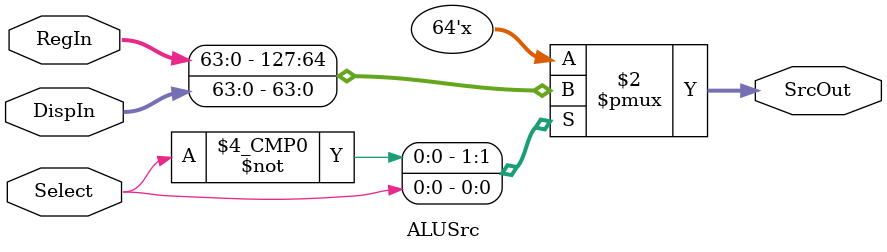
<source format=v>
`timescale 1ns / 1ps
module ALUSrc(
	input [63:0] RegIn,
	input [63:0] DispIn,
	input  Select,
	output reg [63:0] SrcOut
    );
	 
	 always @ (RegIn,DispIn,Select)
		case(Select)
			0: SrcOut <= RegIn;
			1: SrcOut <= DispIn;
		endcase


endmodule

</source>
